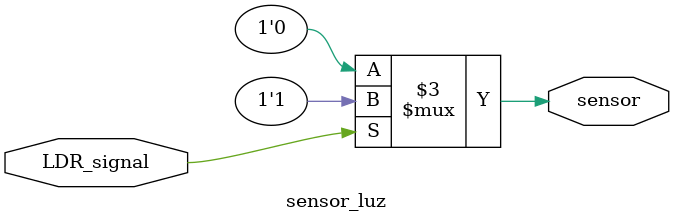
<source format=v>
module sensor_luz (
    input LDR_signal,  // Entrada digital del LDR
    output reg sensor      // Salida para el LED
);

always @ (LDR_signal) begin
    if (LDR_signal) begin
        sensor <= 1'b1;  // Activa el LED en presencia de luz
    end else begin
        sensor <= 1'b0;  // Apaga el LED en ausencia de luz
    end
end

endmodule
</source>
